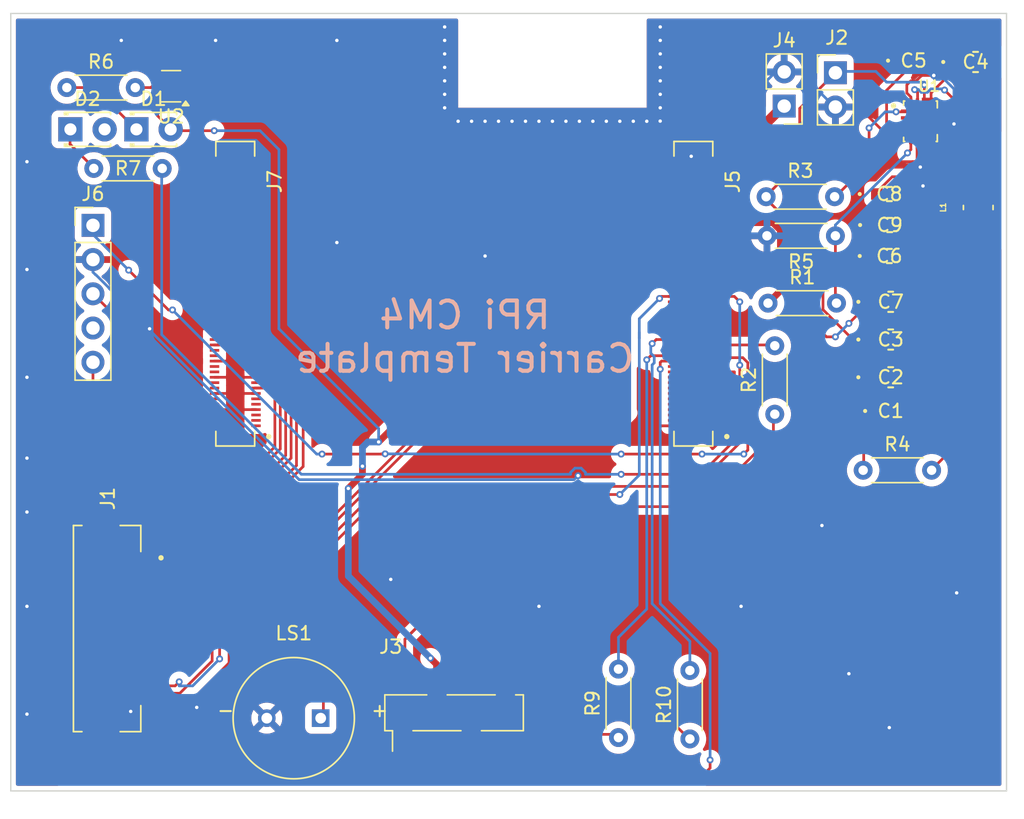
<source format=kicad_pcb>
(kicad_pcb (version 20241229) (generator "pcbnew") (generator_version "9.0")
  (title_block (title "Raspberry Pi Compute Module 4 Carrier Template") (date "2020-10-31") (rev "v01") (comment 2 "creativecommons.org/licenses/by/4.0/") (comment 3 "License: CC BY 4.0") (comment 4 "Author: Shawn Hymel"))
  (layers (0 "F.Cu" signal) (2 "B.Cu" signal) (13 "F.Paste" user) (15 "B.Paste" user) (5 "F.SilkS" user "F.Silkscreen") (7 "B.SilkS" user "B.Silkscreen") (1 "F.Mask" user) (3 "B.Mask" user) (25 "Edge.Cuts" user))
  (net 0 "")
  (net 1 "+3.3V")
  (net 2 "Net-(D1-K)")
  (net 3 "/CM4 GPIO/+3.3v")
  (net 4 "Net-(D2-K)")
  (net 5 "GND")
  (net 7 "/CM4 High Speed/CAM0_D1_P")
  (net 8 "/CM4 High Speed/CAM0_D0_N")
  (net 10 "/CM4 High Speed/CAM0_C_N")
  (net 11 "/CM4 High Speed/SCL1")
  (net 12 "/CM4 High Speed/+3.3v")
  (net 13 "/CM4 High Speed/CAM0_D0_P")
  (net 14 "/CM4 High Speed/CAM_GPIO")
  (net 15 "/CM4 High Speed/CAM0_D1_N")
  (net 18 "/CM4 High Speed/SDA1")
  (net 19 "/CM4 High Speed/CAM0_C_P")
  (net 21 "/CM4 GPIO/GPIO17")
  (net 22 "/CM4 GPIO/CAM_GPIO")
  (net 23 "+1.8V")
  (net 24 "+5V")
  (net 25 "/CM4 GPIO/GPIO18")
  (net 26 "Net-(J3-Pin_1)")
  (net 27 "/CM4 GPIO/GPIO20")
  (net 28 "/CM4 GPIO/GPIO19")
  (net 29 "Net-(J3-Pin_4)")
  (net 30 "Net-(J3-Pin_3)")
  (net 31 "/CM4 GPIO/PI_nLED_Activity")
  (net 32 "/CM4 GPIO/nPWR_LED")
  (net 33 "/CM4 GPIO/GPIO21")
  (net 34 "Net-(R6-Pad2)")
  (net 35 "PS")
  (net 36 "PG")
  (net 37 "EN")
  (net 38 "Net-(U1-L2)")
  (net 39 "Net-(U1-L1)")
  (net 40 "VIN")
  (net 41 "Net-(U1-VAUX)")
  (net 42 "FB")
  (net 43 "/CM4 GPIO/+5v")
  (net 44 "/CM4 GPIO/GPIO 13")
  (net 45 "/CM4 GPIO/GPIO 5")
  (net 46 "/CM4 GPIO/GPIO 12")
  (footprint "22uf:CAP_CL10_SAM-M" (layer "F.Cu") (at 178.0294 97.7)
    (property "Reference" "C9")
    (property "Value" "22uF")
  )
  (footprint "LED_THT:LED_D1.8mm_W3.3mm_H2.4mm" (layer "F.Cu") (at 122.125 90.6)
    (property "Reference" "D1")
    (property "Value" "LED Red")
  )
  (footprint "Connector_PinHeader_2.54mm:PinHeader_1x04_P2.54mm_Vertical_SMD_Pin1Left" (layer "F.Cu") (at 145.7 133.9 90)
    (property "Reference" "J3")
    (property "Value" "Conn_01x04_Pin")
  )
  (footprint "Resistor_THT:R_Axial_DIN0204_L3.6mm_D1.6mm_P5.08mm_Horizontal" (layer "F.Cu") (at 116.96 87.5)
    (property "Reference" "R6")
    (property "Value" "1k")
  )
  (footprint "LQM2HPN1R5MG0L:INDC2520X100N" (layer "F.Cu") (at 184.6 96.4 -90)
    (property "Reference" "L1")
    (property "Value" "1.5uH")
  )
  (footprint "22uf:CAP_CL10_SAM-M" (layer "F.Cu") (at 178.0032 95.4)
    (property "Reference" "C8")
    (property "Value" "22uF")
  )
  (footprint "LED_THT:LED_D1.8mm_W3.3mm_H2.4mm" (layer "F.Cu") (at 117.225 90.6)
    (property "Reference" "D2")
    (property "Value" "LED Green")
  )
  (footprint "0.1uf:CAP_CL05_SAM-M" (layer "F.Cu") (at 178.1032 111.5)
    (property "Reference" "C1")
    (property "Value" "0.1uF")
  )
  (footprint "Resistor_THT:R_Axial_DIN0204_L3.6mm_D1.6mm_P5.08mm_Horizontal" (layer "F.Cu") (at 176.06 115.9)
    (property "Reference" "R4")
    (property "Value" "10k")
  )
  (footprint "0.1uf:CAP_CL05_SAM-M" (layer "F.Cu") (at 179.8032 85.5)
    (property "Reference" "C5")
    (property "Value" "0.1uF")
  )
  (footprint "Package_TO_SOT_SMD:SOT-353_SC-70-5" (layer "F.Cu") (at 124.7 87.4 180)
    (property "Reference" "U2")
    (property "Value" "74LVC1G07SE-7")
  )
  (footprint "10uf:G-21_MUR-M" (layer "F.Cu") (at 184.4032 85.6)
    (property "Reference" "C4")
    (property "Value" "10uF")
  )
  (footprint "CUI_CST-931AP.petty:CUI_CST-931AP" (layer "F.Cu") (at 133.8 134.3 180)
    (property "Reference" "LS1")
    (property "Value" "CST-931AP")
  )
  (footprint "10uf:G-21_MUR-M" (layer "F.Cu") (at 178.1032 103.4)
    (property "Reference" "C7")
    (property "Value" "10uF")
  )
  (footprint "Resistor_THT:R_Axial_DIN0204_L3.6mm_D1.6mm_P5.08mm_Horizontal" (layer "F.Cu") (at 169 103.5)
    (property "Reference" "R1")
    (property "Value" "365k")
  )
  (footprint "22uf:CAP_CL10_SAM-M" (layer "F.Cu") (at 178.0032 100)
    (property "Reference" "C6")
    (property "Value" "22uF")
  )
  (footprint "Resistor_THT:R_Axial_DIN0204_L3.6mm_D1.6mm_P5.08mm_Horizontal" (layer "F.Cu") (at 168.86 95.6)
    (property "Reference" "R3")
    (property "Value" "10k")
  )
  (footprint "Resistor_THT:R_Axial_DIN0204_L3.6mm_D1.6mm_P5.08mm_Horizontal" (layer "F.Cu") (at 157.9 135.74 90)
    (property "Reference" "R9")
    (property "Value" "220")
  )
  (footprint "Resistor_THT:R_Axial_DIN0204_L3.6mm_D1.6mm_P5.08mm_Horizontal" (layer "F.Cu") (at 118.96 93.5)
    (property "Reference" "R7")
    (property "Value" "1k")
  )
  (footprint "DF40C-100DS-0.4V_51_:HIROSE_DF40C-100DS-0.4V_51_" (layer "F.Cu") (at 129.46 102.8 -90)
    (property "Reference" "J7")
    (property "Value" "DF40C-100DS-0.4V_51_")
  )
  (footprint "buckboost_footprint:VREG_TPS63070RNMR" (layer "F.Cu") (at 180.3125 90)
    (property "Reference" "U1")
    (property "Value" "TPS63070RNMR")
  )
  (footprint "Resistor_THT:R_Axial_DIN0204_L3.6mm_D1.6mm_P5.08mm_Horizontal" (layer "F.Cu") (at 163.2 135.84 90)
    (property "Reference" "R10")
    (property "Value" "220")
  )
  (footprint "AMPHENOL_F305-1A7H1-21022-E100.petty:AMPHENOL_F305-1A7H1-21022-E100" (layer "F.Cu") (at 119.95 127.65 -90)
    (property "Reference" "J1")
    (property "Value" "F305-1A7H1-21022-E100")
  )
  (footprint "DF40C-100DS-0.4V_51_:HIROSE_DF40C-100DS-0.4V_51_" (layer "F.Cu") (at 163.46 102.8 -90)
    (property "Reference" "J5")
    (property "Value" "DF40C-100DS-0.4V_51_")
  )
  (footprint "Connector_PinHeader_2.54mm:PinHeader_1x02_P2.54mm_Vertical" (layer "F.Cu") (at 174 86.4)
    (property "Reference" "J2")
    (property "Value" "Conn_01x02_Pin")
  )
  (footprint "Connector_PinHeader_2.54mm:PinHeader_1x02_P2.54mm_Vertical" (layer "F.Cu") (at 170.2 88.875 180)
    (property "Reference" "J4")
    (property "Value" "Conn_01x02_Pin")
  )
  (footprint "10uf:G-21_MUR-M" (layer "F.Cu") (at 178.1032 109)
    (property "Reference" "C2")
    (property "Value" "10uF")
  )
  (footprint "10uf:G-21_MUR-M" (layer "F.Cu") (at 178.1032 106.2)
    (property "Reference" "C3")
    (property "Value" "10uF")
  )
  (footprint "Resistor_THT:R_Axial_DIN0204_L3.6mm_D1.6mm_P5.08mm_Horizontal" (layer "F.Cu") (at 169.5 111.74 90)
    (property "Reference" "R2")
    (property "Value" "220")
  )
  (footprint "Connector_PinHeader_2.54mm:PinHeader_1x05_P2.54mm_Vertical" (layer "F.Cu") (at 118.9 97.725)
    (property "Reference" "J6")
    (property "Value" "Conn_01x05_Pin")
  )
  (footprint "Resistor_THT:R_Axial_DIN0204_L3.6mm_D1.6mm_P5.08mm_Horizontal" (layer "F.Cu") (at 174 98.5 180)
    (property "Reference" "R5")
    (property "Value" "68.1k")
  )
  (gr_line (start 186.7 139.7) (end 186.7 82) (stroke (width 0.1)) (layer "Edge.Cuts"))
  (gr_line (start 112.8 139.7) (end 186.7 139.7) (stroke (width 0.1)) (layer "Edge.Cuts"))
  (gr_line (start 112.8 139.7) (end 112.8 82) (stroke (width 0.1)) (layer "Edge.Cuts"))
  (gr_line (start 186.7 82) (end 112.8 82) (stroke (width 0.1)) (layer "Edge.Cuts"))
  (gr_text "RPi CM4\nCarrier Template" (at 146.5 106 0) (layer "B.SilkS") (effects (font (size 2 2) (thickness 0.3)) (justify mirror)))
  (segment (start 161.7 97.4) (end 162.572 97.4) (width 0.2) (layer "F.Cu") (net 1))
  (segment (start 141.263616 112.636384) (end 140.1 113.8) (width 0.5) (layer "F.Cu") (net 1))
  (segment (start 138.9 115.6) (end 138.9 116.2) (width 0.5) (layer "F.Cu") (net 1))
  (segment (start 161.4 95.8) (end 161.35 95.85) (width 0.2) (layer "F.Cu") (net 1))
  (segment (start 157.537868 111.45) (end 144.279232 111.45) (width 0.5) (layer "F.Cu") (net 1))
  (segment (start 161.15 96.05) (end 161 96.2) (width 0.2) (layer "F.Cu") (net 1))
  (segment (start 137.85 117.25) (end 137.8 117.3) (width 0.2) (layer "F.Cu") (net 1))
  (segment (start 159.472768 95.8) (end 159.223768 96.049) (width 0.5) (layer "F.Cu") (net 1))
  (segment (start 143.95 129.85) (end 144.4 130.3) (width 0.5) (layer "F.Cu") (net 1))
  (segment (start 160.9 95.8) (end 160.9 95.9) (width 0.5) (layer "F.Cu") (net 1))
  (segment (start 126 90.7) (end 127.9 90.7) (width 0.2) (layer "F.Cu") (net 1))
  (segment (start 160.9 95.8) (end 159.472768 95.8) (width 0.5) (layer "F.Cu") (net 1))
  (segment (start 159.223768 96.049) (end 158.901 96.371768) (width 0.5) (layer "F.Cu") (net 1))
  (segment (start 144.279232 111.45) (end 143.822768 111.45) (width 0.5) (layer "F.Cu") (net 1))
  (segment (start 143.5 111.772768) (end 142.636384 112.636384) (width 0.5) (layer "F.Cu") (net 1))
  (segment (start 158.1 97.172768) (end 158.021768 97.251) (width 0.5) (layer "F.Cu") (net 1))
  (segment (start 162.8 97.172) (end 162.8 96.2) (width 0.2) (layer "F.Cu") (net 1))
  (segment (start 143.822768 111.45) (end 143.5 111.772768) (width 0.5) (layer "F.Cu") (net 1))
  (segment (start 157.699 97.573768) (end 157.699 98.030232) (width 0.5) (layer "F.Cu") (net 1))
  (segment (start 158.901 96.371768) (end 158.1 97.172768) (width 0.5) (layer "F.Cu") (net 1))
  (segment (start 144.4 130.3) (end 144.4 132.4) (width 0.5) (layer "F.Cu") (net 1))
  (segment (start 157.699 111.288868) (end 157.537868 111.45) (width 0.5) (layer "F.Cu") (net 1))
  (segment (start 142.636384 112.636384) (end 141.263616 112.636384) (width 0.5) (layer "F.Cu") (net 1))
  (segment (start 162.572 97.4) (end 162.8 97.172) (width 0.2) (layer "F.Cu") (net 1))
  (segment (start 123.7 89.6) (end 123.7 88.1) (width 0.2) (layer "F.Cu") (net 1))
  (segment (start 157.699 98.030232) (end 157.699 111.288868) (width 0.5) (layer "F.Cu") (net 1))
  (segment (start 161.35 95.85) (end 161.15 96.05) (width 0.2) (layer "F.Cu") (net 1))
  (segment (start 161.049 96.049) (end 161.2 96.049) (width 0.5) (layer "F.Cu") (net 1))
  (segment (start 161.3 95.8) (end 160.9 95.8) (width 0.5) (layer "F.Cu") (net 1))
  (segment (start 162.8 96.2) (end 161 96.2) (width 0.2) (layer "F.Cu") (net 1))
  (segment (start 160.9 95.9) (end 161.049 96.049) (width 0.5) (layer "F.Cu") (net 1))
  (segment (start 161.15 96.05) (end 161.1 96.1) (width 0.2) (layer "F.Cu") (net 1))
  (segment (start 138.9 116.2) (end 137.85 117.25) (width 0.5) (layer "F.Cu") (net 1))
  (segment (start 162.2 95.8) (end 161.4 95.8) (width 0.2) (layer "F.Cu") (net 1))
  (segment (start 124.8 90.7) (end 123.7 89.6) (width 0.2) (layer "F.Cu") (net 1))
  (segment (start 161.35 95.85) (end 161.3 95.8) (width 0.2) (layer "F.Cu") (net 1))
  (segment (start 124.7 90.7) (end 126 90.7) (width 0.2) (layer "F.Cu") (net 1))
  (segment (start 158.021768 97.251) (end 157.699 97.573768) (width 0.5) (layer "F.Cu") (net 1))
  (via (at 127.9 90.7) (size 0.508) (drill 0.254) (layers "F.Cu" "B.Cu") (net 1))
  (via (at 137.85 117.25) (size 0.508) (drill 0.254) (layers "F.Cu" "B.Cu") (net 1))
  (via (at 138.9 115.6) (size 0.508) (drill 0.254) (layers "F.Cu" "B.Cu") (net 1))
  (via (at 140.1 113.8) (size 0.508) (drill 0.254) (layers "F.Cu" "B.Cu") (net 1))
  (via (at 143.95 129.85) (size 0.508) (drill 0.254) (layers "F.Cu" "B.Cu") (net 1))
  (segment (start 140.1 112.8) (end 132.7 105.4) (width 0.2) (layer "B.Cu") (net 1))
  (segment (start 132.7 105.4) (end 132.7 92.1) (width 0.2) (layer "B.Cu") (net 1))
  (segment (start 140.1 113.8) (end 140.1 112.8) (width 0.2) (layer "B.Cu") (net 1))
  (segment (start 138.9 114.2) (end 139.3 113.8) (width 0.5) (layer "B.Cu") (net 1))
  (segment (start 137.85 121.6) (end 137.85 123.75) (width 0.5) (layer "B.Cu") (net 1))
  (segment (start 139.3 113.8) (end 140.1 113.8) (width 0.5) (layer "B.Cu") (net 1))
  (segment (start 131.3 90.7) (end 127.9 90.7) (width 0.2) (layer "B.Cu") (net 1))
  (segment (start 137.85 121.6) (end 137.85 117.25) (width 0.5) (layer "B.Cu") (net 1))
  (segment (start 132.7 92.1) (end 131.3 90.7) (width 0.2) (layer "B.Cu") (net 1))
  (segment (start 138.9 114.2) (end 138.9 115.6) (width 0.5) (layer "B.Cu") (net 1))
  (segment (start 137.85 123.75) (end 143.95 129.85) (width 0.5) (layer "B.Cu") (net 1))
  (segment (start 119 87.5) (end 122.1 90.6) (width 0.2) (layer "F.Cu") (net 2))
  (segment (start 117 87.5) (end 119 87.5) (width 0.2) (layer "F.Cu") (net 2))
  (segment (start 117.2 90.7) (end 117.2 91.7) (width 0.2) (layer "F.Cu") (net 4))
  (segment (start 117.2 91.7) (end 119 93.5) (width 0.2) (layer "F.Cu") (net 4))
  (segment (start 163.4 102.2) (end 163.4 101) (width 0.2) (layer "F.Cu") (net 5))
  (segment (start 163.4 104.2) (end 163.4 102.6) (width 0.2) (layer "F.Cu") (net 5))
  (segment (start 125.35513 86.8) (end 125.8 86.8) (width 0.2) (layer "F.Cu") (net 5))
  (segment (start 165.2 102.2) (end 163.4 102.2) (width 0.2) (layer "F.Cu") (net 5))
  (segment (start 129.2 100.6) (end 127.9 100.6) (width 0.2) (layer "F.Cu") (net 5))
  (segment (start 165.7 98.6) (end 165 98.6) (width 0.2) (layer "F.Cu") (net 5))
  (segment (start 182.6 90) (end 182.8 90.2) (width 0.2) (layer "F.Cu") (net 5))
  (segment (start 129.2 109) (end 127.9 109) (width 0.2) (layer "F.Cu") (net 5))
  (segment (start 121.848 128.4) (end 121.799 128.449) (width 0.2) (layer "F.Cu") (net 5))
  (segment (start 163.4 102.6) (end 163.4 102.4) (width 0.2) (layer "F.Cu") (net 5))
  (segment (start 129.2 95.8) (end 127.9 95.8) (width 0.2) (layer "F.Cu") (net 5))
  (segment (start 180.8 90) (end 180.266704 90) (width 0.2) (layer "F.Cu") (net 5))
  (segment (start 129.2 100.6) (end 129.2 99.4) (width 0.2) (layer "F.Cu") (net 5))
  (segment (start 158.599 112.601) (end 161.1 112.601) (width 0.2) (layer "F.Cu") (net 5))
  (segment (start 131 94.6) (end 129.2 94.6) (width 0.2) (layer "F.Cu") (net 5))
  (segment (start 180.0615 93.1615) (end 179.9 93) (width 0.2) (layer "F.Cu") (net 5))
  (segment (start 129.8 97) (end 129.2 97) (width 0.2) (layer "F.Cu") (net 5))
  (segment (start 129.2 106.6) (end 129.2 107.8) (width 0.2) (layer "F.Cu") (net 5))
  (segment (start 131 109) (end 129.2 109) (width 0.2) (layer "F.Cu") (net 5))
  (segment (start 163.4 99.8) (end 165.2 99.8) (width 0.2) (layer "F.Cu") (net 5))
  (segment (start 178.4 93) (end 179.7 93) (width 0.2) (layer "F.Cu") (net 5))
  (segment (start 129.2 106.6) (end 130.1 106.6) (width 0.2) (layer "F.Cu") (net 5))
  (segment (start 179.6 88.3) (end 179.6 88.8) (width 0.2) (layer "F.Cu") (net 5))
  (segment (start 130.1 106.6) (end 130.8 106.6) (width 0.2) (layer "F.Cu") (net 5))
  (segment (start 129.2 95.9) (end 129.2 94.6) (width 0.2) (layer "F.Cu") (net 5))
  (segment (start 129.1 93.4) (end 128 93.4) (width 0.2) (layer "F.Cu") (net 5))
  (segment (start 165 112.6) (end 163.9 112.6) (width 0.2) (layer "F.Cu") (net 5))
  (segment (start 129.2 110.2) (end 127.9 110.2) (width 0.2) (layer "F.Cu") (net 5))
  (segment (start 179.9 93) (end 179.7 93) (width 0.2) (layer "F.Cu") (net 5))
  (segment (start 129.2 98.2) (end 129.2 97.1) (width 0.2) (layer "F.Cu") (net 5))
  (segment (start 179.7 93) (end 180.0615 93) (width 0.2) (layer "F.Cu") (net 5))
  (segment (start 129.2 106.6) (end 127.9 106.6) (width 0.2) (layer "F.Cu") (net 5))
  (segment (start 177.6 90.8) (end 178.4 90.8) (width 0.2) (layer "F.Cu") (net 5))
  (segment (start 129.2 97) (end 127.9 97) (width 0.2) (layer "F.Cu") (net 5))
  (segment (start 125.024 87.13113) (end 125.35513 86.8) (width 0.2) (layer "F.Cu") (net 5))
  (segment (start 163.4 111.6) (end 163.4 111.4) (width 0.2) (layer "F.Cu") (net 5))
  (segment (start 129.2 111.4) (end 129.2 116.7849) (width 0.2) (layer "F.Cu") (net 5))
  (segment (start 129.2 97.1) (end 129.2 97) (width 0.2) (layer "F.Cu") (net 5))
  (segment (start 179.9 95.4) (end 180.5 94.8) (width 0.2) (layer "F.Cu") (net 5))
  (segment (start 131 95.8) (end 129.2 95.8) (width 0.2) (layer "F.Cu") (net 5))
  (segment (start 180.9 90) (end 182.6 90) (width 0.2) (layer "F.Cu") (net 5))
  (segment (start 163.4 111.4) (end 161.7 111.4) (width 0.2) (layer "F.Cu") (net 5))
  (segment (start 127.9 103) (end 129.2 103) (width 0.2) (layer "F.Cu") (net 5))
  (segment (start 163.4 93.5) (end 163.35 93.45) (width 0.2) (layer "F.Cu") (net 5))
  (segment (start 121.799 126.949) (end 121.799 128.351) (width 0.2) (layer "F.Cu") (net 5))
  (segment (start 163.4 112.6) (end 163.1 112.6) (width 0.2) (layer "F.Cu") (net 5))
  (segment (start 129.2 93.5) (end 129.1 93.4) (width 0.2) (layer "F.Cu") (net 5))
  (segment (start 131.1 93.4) (end 129.2 93.4) (width 0.2) (layer "F.Cu") (net 5))
  (segment (start 121.799 128.351) (end 121.848 128.4) (width 0.2) (layer "F.Cu") (net 5))
  (segment (start 131 105.4) (end 129.2 105.4) (width 0.2) (layer "F.Cu") (net 5))
  (segment (start 125.25613 88.551) (end 125.024 88.31887) (width 0.2) (layer "F.Cu") (net 5))
  (segment (start 129.2 99.4) (end 127.9 99.4) (width 0.2) (layer "F.Cu") (net 5))
  (segment (start 163.35 93.45) (end 163.3 93.4) (width 0.2) (layer "F.Cu") (net 5))
  (segment (start 129.2 98.2) (end 127.9 98.2) (width 0.2) (layer "F.Cu") (net 5))
  (segment (start 163.4 101) (end 163.4 99.8) (width 0.2) (layer "F.Cu") (net 5))
  (segment (start 163.4 106.6) (end 163.4 106.2) (width 0.2) (layer "F.Cu") (net 5))
  (segment (start 121.848 126.9) (end 121.799 126.949) (width 0.2) (layer "F.Cu") (net 5))
  (segment (start 129.2 105.4) (end 127.9 105.4) (width 0.2) (layer "F.Cu") (net 5))
  (segment (start 129.2 110.2) (end 129.2 111.4) (width 0.2) (layer "F.Cu") (net 5))
  (segment (start 163.9 112.6) (end 163.5 112.6) (width 0.2) (layer "F.Cu") (net 5))
  (segment (start 163.4 111.4) (end 163.4 110.2) (width 0.2) (layer "F.Cu") (net 5))
  (segment (start 121.7 133.8) (end 121.7 131.45) (width 0.2) (layer "F.Cu") (net 5))
  (segment (start 129.2 107.8) (end 129.2 109) (width 0.2) (layer "F.Cu") (net 5))
  (segment (start 129.2 103) (end 129.2 101.8) (width 0.2) (layer "F.Cu") (net 5))
  (segment (start 181.3487 84.6513) (end 184.613336 84.6513) (width 0.2) (layer "F.Cu") (net 5))
  (segment (start 129.2 109) (end 129.2 110.2) (width 0.2) (layer "F.Cu") (net 5))
  (segment (start 121.799 123.9) (end 123.4 123.9) (width 0.2) (layer "F.Cu") (net 5))
  (segment (start 179.3 87.9) (end 179.6 88.2) (width 0.2) (layer "F.Cu") (net 5))
  (segment (start 163.4 104.2) (end 163.4 104.6) (width 0.2) (layer "F.Cu") (net 5))
  (segment (start 179.1 103.5) (end 179.1 106.2) (width 0.2) (layer "F.Cu") (net 5))
  (segment (start 129.8 97) (end 129.3 97) (width 0.2) (layer "F.Cu") (net 5))
  (segment (start 161.1 112.601) (end 161.8 112.601) (width 0.2) (layer "F.Cu") (net 5))
  (segment (start 129.2 101.8) (end 129.2 100.6) (width 0.2) (layer "F.Cu") (net 5))
  (segment (start 163.4 110.2) (end 165.2 110.2) (width 0.2) (layer "F.Cu") (net 5))
  (segment (start 126.6 133.5) (end 131.1 133.5) (width 0.2) (layer "F.Cu") (net 5))
  (segment (start 163.4 98.2) (end 163.4 98.6) (width 0.2) (layer "F.Cu") (net 5))
  (segment (start 180.5 85.5) (end 180.5 86.5) (width 0.2) (layer "F.Cu") (net 5))
  (segment (start 160.899 112.601) (end 161.1 112.601) (width 0.2) (layer "F.Cu") (net 5))
  (segment (start 129.2 104.2) (end 127.9 104.2) (width 0.2) (layer "F.Cu") (net 5))
  (segment (start 163.4 98.2) (end 163.4 93.5) (width 0.2) (layer "F.Cu") (net 5))
  (segment (start 121.799 129.9) (end 123.3 129.9) (width 0.2) (layer "F.Cu") (net 5))
  (segment (start 163.4 102.2) (end 163.4 102.5) (width 0.2) (layer "F.Cu") (net 5))
  (segment (start 163.3 102.6) (end 161.7 102.6) (width 0.2) (layer "F.Cu") (net 5))
  (segment (start 164.9 111.4) (end 165.3 111.4) (width 0.2) (layer "F.Cu") (net 5))
  (segment (start 180.0615 90.1385) (end 180.0615 92.0385) (width 0.2) (layer "F.Cu") (net 5))
  (segment (start 163.1 112.6) (end 161.7 112.6) (width 0.2) (layer "F.Cu") (net 5))
  (segment (start 163.5 112.6) (end 163.4 112.6) (width 0.2) (layer "F.Cu") (net 5))
  (segment (start 179 95.4) (end 179 103.4) (width 0.2) (layer "F.Cu") (net 5))
  (segment (start 127.9 105.4) (end 123.1 105.4) (width 0.2) (layer "F.Cu") (net 5))
  (segment (start 130.8 106.6) (end 131.2 106.6) (width 0.2) (layer "F.Cu") (net 5))
  (segment (start 180.1 90.1) (end 180.0615 90.1385) (width 0.2) (layer "F.Cu") (net 5))
  (segment (start 179.3 87.3) (end 179.3 87.9) (width 0.2) (layer "F.Cu") (net 5))
  (segment (start 184.613336 84.6513) (end 185.4 85.437964) (width 0.2) (layer "F.Cu") (net 5))
  (segment (start 129.2 107.8) (end 127.9 107.8) (width 0.2) (layer "F.Cu") (net 5))
  (segment (start 163.4 108.2) (end 163.4 108.6) (width 0.2) (layer "F.Cu") (net 5))
  (segment (start 121.799 125.4) (end 121.799 126.851) (width 0.2) (layer "F.Cu") (net 5))
  (segment (start 163.4 98.6) (end 163.4 99.8) (width 0.2) (layer "F.Cu") (net 5))
  (segment (start 179 103.4) (end 179.1 103.5) (width 0.2) (layer "F.Cu") (net 5))
  (segment (start 121.848 128.4) (end 123.3 128.4) (width 0.2) (layer "F.Cu") (net 5))
  (segment (start 163.4 108.6) (end 161.7 108.6) (width 0.2) (layer "F.Cu") (net 5))
  (segment (start 163.4 101) (end 165.2 101) (width 0.2) (layer "F.Cu") (net 5))
  (segment (start 180.5 86.5) (end 180.35 86.65) (width 0.2) (layer "F.Cu") (net 5))
  (segment (start 165 112.6) (end 165.2 112.6) (width 0.2) (layer "F.Cu") (net 5))
  (segment (start 129.2 97) (end 129.2 95.9) (width 0.2) (layer "F.Cu") (net 5))
  (segment (start 165.2 108.2) (end 163.4 108.2) (width 0.2) (layer "F.Cu") (net 5))
  (segment (start 163.3 93.4) (end 161.7 93.4) (width 0.2) (layer "F.Cu") (net 5))
  (segment (start 180.4 86.6) (end 180.35 86.65) (width 0.2) (layer "F.Cu") (net 5))
  (segment (start 154.9 116.3) (end 158.599 112.601) (width 0.2) (layer "F.Cu") (net 5))
  (segment (start 180.35 86.65) (end 180 87) (width 0.2) (layer "F.Cu") (net 5))
  (segment (start 163.4 112.5) (end 163.5 112.6) (width 0.2) (layer "F.Cu") (net 5))
  (segment (start 131 107.8) (end 131.2 107.8) (width 0.2) (layer "F.Cu") (net 5))
  (segment (start 129.3 97) (end 129.2 97.1) (width 0.2) (layer "F.Cu") (net 5))
  (segment (start 121.799 129.9) (end 121.799 131.351) (width 0.2) (layer "F.Cu") (net 5))
  (segment (start 163.4 111.6) (end 163.4 112.5) (width 0.2) (layer "F.Cu") (net 5))
  (segment (start 179.1 106) (end 179.1 111.2) (width 0.2) (layer "F.Cu") (net 5))
  (segment (start 122 122.4) (end 121.799 122.601) (width 0.2) (layer "F.Cu") (net 5))
  (segment (start 179.6 88.2) (end 179.6 88.4) (width 0.2) (layer "F.Cu") (net 5))
  (segment (start 163.4 106.6) (end 161.7 106.6) (width 0.2) (layer "F.Cu") (net 5))
  (segment (start 179.6 87) (end 179.3 87.3) (width 0.2) (layer "F.Cu") (net 5))
  (segment (start 129.2 94.6) (end 127.9 94.6) (width 0.2) (layer "F.Cu") (net 5))
  (segment (start 180.266704 90) (end 180.9 90) (width 0.2) (layer "F.Cu") (net 5))
  (segment (start 129.2 93.4) (end 129.1 93.4) (width 0.2) (layer "F.Cu") (net 5))
  (segment (start 163.1 112.6) (end 163.3 112.6) (width 0.2) (layer "F.Cu") (net 5))
  (segment (start 130 106.6) (end 130.1 106.6) (width 0.2) (layer "F.Cu") (net 5))
  (segment (start 163.4 99.8) (end 161.7 99.8) (width 0.2) (layer "F.Cu") (net 5))
  (segment (start 121.799 126.851) (end 121.848 126.9) (width 0.2) (layer "F.Cu") (net 5))
  (segment (start 123.5849 122.4) (end 122 122.4) (width 0.2) (layer "F.Cu") (net 5))
  (segment (start 180.0615 91.3615) (end 180.0615 90.6) (width 0.2) (layer "F.Cu") (net 5))
  (segment (start 121.848 126.9) (end 123.3 126.9) (width 0.2) (layer "F.Cu") (net 5))
  (segment (start 158.599 112.601) (end 163.899 112.601) (width 0.2) (layer "F.Cu") (net 5))
  (segment (start 125.024 88.31887) (end 125.024 87.13113) (width 0.2) (layer "F.Cu") (net 5))
  (segment (start 180.0615 90.205204) (end 180.266704 90) (width 0.2) (layer "F.Cu") (net 5))
  (segment (start 131 97) (end 129.8 97) (width 0.2) (layer "F.Cu") (net 5))
  (segment (start 180.5 85.5) (end 181.3487 84.6513) (width 0.2) (layer "F.Cu") (net 5))
  (segment (start 129.2 104.2) (end 129.2 105.4) (width 0.2) (layer "F.Cu") (net 5))
  (segment (start 180.0615 93.1615) (end 180.0615 93) (width 0.2) (layer "F.Cu") (net 5))
  (segment (start 163.4 110.2) (end 161.7 110.2) (width 0.2) (layer "F.Cu") (net 5))
  (segment (start 121.799 131.351) (end 121.848 131.4) (width 0.2) (layer "F.Cu") (net 5))
  (segment (start 163.4 111.4) (end 165 111.4) (width 0.2) (layer "F.Cu") (net 5))
  (segment (start 163.4 102.5) (end 163.3 102.6) (width 0.2) (layer "F.Cu") (net 5))
  (segment (start 161.7 98.2) (end 163.4 98.2) (width 0.2) (layer "F.Cu") (net 5))
  (segment (start 131 107.8) (end 129.2 107.8) (width 0.2) (layer "F.Cu") (net 5))
  (segment (start 131 101.8) (end 129.2 101.8) (width 0.2) (layer "F.Cu") (net 5))
  (segment (start 129.2 106.6) (end 129.2 105.4) (width 0.2) (layer "F.Cu") (net 5))
  (segment (start 121.799 128.449) (end 121.799 129.9) (width 0.2) (layer "F.Cu") (net 5))
  (segment (start 121.848 131.4) (end 123.3 131.4) (width 0.2) (layer "F.Cu") (net 5))
  (segment (start 165.8 98.5) (end 165.7 98.6) (width 0.2) (layer "F.Cu") (net 5))
  (segment (start 163.4 101) (end 161.6 101) (width 0.2) (layer "F.Cu") (net 5))
  (segment (start 129.2 94.6) (end 129.2 93.5) (width 0.2) (layer "F.Cu") (net 5))
  (segment (start 121.799 125.4) (end 123.4 125.4) (width 0.2) (layer "F.Cu") (net 5))
  (segment (start 180 87) (end 179.6 87) (width 0.2) (layer "F.Cu") (net 5))
  (segment (start 165.3 104.2) (end 163.4 104.2) (width 0.2) (layer "F.Cu") (net 5))
  (segment (start 180.0615 93) (end 180.0615 90.6) (width 0.2) (layer "F.Cu") (net 5))
  (segment (start 185.4 85.437964) (end 185.4 85.6) (width 0.2) (layer "F.Cu") (net 5))
  (segment (start 163.4 106.2) (end 163.4 104.6) (width 0.2) (layer "F.Cu") (net 5))
  (segment (start 127.9 111.4) (end 129.2 111.4) (width 0.2) (layer "F.Cu") (net 5))
  (segment (start 175.7 88.9) (end 177.6 90.8) (width 0.2) (layer "F.Cu") (net 5))
  (segment (start 163.4 112.6) (end 163.4 111.6) (width 0.2) (layer "F.Cu") (net 5))
  (segment (start 131 100.6) (end 129.2 100.6) (width 0.2) (layer "F.Cu") (net 5))
  (segment (start 129.2 98.2) (end 129.2 99.4) (width 0.2) (layer "F.Cu") (net 5))
  (segment (start 121.799 123.9) (end 121.799 125.4) (width 0.2) (layer "F.Cu") (net 5))
  (segment (start 163.3 93.4) (end 163.3 92.6) (width 0.2) (layer "F.Cu") (net 5))
  (segment (start 173.9 88.9) (end 175.7 88.9) (width 0.2) (layer "F.Cu") (net 5))
  (segment (start 180.3 93.4) (end 180.0615 93.1615) (width 0.2) (layer "F.Cu") (net 5))
  (segment (start 180.0615 90.6) (end 180.0615 90.205204) (width 0.2) (layer "F.Cu") (net 5))
  (segment (start 129.2 88.6) (end 129.2 93.4) (width 0.2) (layer "F.Cu") (net 5))
  (segment (start 129.2 111.4) (end 131 111.4) (width 0.2) (layer "F.Cu") (net 5))
  (segment (start 129.2 101.8) (end 127.9 101.8) (width 0.2) (layer "F.Cu") (net 5))
  (segment (start 121.799 122.601) (end 121.799 123.9) (width 0.2) (layer "F.Cu") (net 5))
  (segment (start 163.4 104.6) (end 161.7 104.6) (width 0.2) (layer "F.Cu") (net 5))
  (segment (start 178.9 95.4) (end 179.9 95.4) (width 0.2) (layer "F.Cu") (net 5))
  (segment (start 180.1 91.4) (end 180.0615 91.3615) (width 0.2) (layer "F.Cu") (net 5))
  (segment (start 178.4 90.8) (end 179.4 90.8) (width 0.2) (layer "F.Cu") (net 5))
  (segment (start 131 99.4) (end 129.2 99.4) (width 0.2) (layer "F.Cu") (net 5))
  (segment (start 129.151 88.551) (end 129.2 88.6) (width 0.2) (layer "F.Cu") (net 5))
  (segment (start 179.1 111.2) (end 178.8 111.5) (width 0.2) (layer "F.Cu") (net 5))
  (segment (start 163.4 102.6) (end 163.3 102.6) (width 0.2) (layer "F.Cu") (net 5))
  (segment (start 163.4 110.2) (end 163.4 108.6) (width 0.2) (layer "F.Cu") (net 5))
  (segment (start 131 110.2) (end 129.2 110.2) (width 0.2) (layer "F.Cu") (net 5))
  (segment (start 165 98.6) (end 163.4 98.6) (width 0.2) (layer "F.Cu") (net 5))
  (segment (start 181.3 86.6) (end 180.4 86.6) (width 0.2) (layer "F.Cu") (net 5))
  (segment (start 129.2 116.7849) (end 123.5849 122.4) (width 0.2) (layer "F.Cu") (net 5))
  (segment (start 163.4 108.2) (end 163.4 106.6) (width 0.2) (layer "F.Cu") (net 5))
  (segment (start 163.4 106.2) (end 165.2 106.2) (width 0.2) (layer "F.Cu") (net 5))
  (segment (start 163.3 112.6) (end 163.4 112.5) (width 0.2) (layer "F.Cu") (net 5))
  (segment (start 168.9 98.5) (end 165.8 98.5) (width 0.2) (layer "F.Cu") (net 5))
  (segment (start 121.7 131.45) (end 121.799 131.351) (width 0.2) (layer "F.Cu") (net 5))
  (segment (start 131 105.4) (end 131.2 105.4) (width 0.2) (layer "F.Cu") (net 5))
  (segment (start 178.4 90.8) (end 178.4 93) (width 0.2) (layer "F.Cu") (net 5))
  (segment (start 129.2 95.9) (end 129.2 95.8) (width 0.2) (layer "F.Cu") (net 5))
  (segment (start 125.25613 88.551) (end 129.151 88.551) (width 0.2) (layer "F.Cu") (net 5))
  (segment (start 129.2 103) (end 129.2 104.2) (width 0.2) (layer "F.Cu") (net 5))
  (segment (start 131 98.2) (end 129.2 98.2) (width 0.2) (layer "F.Cu") (net 5))
  (segment (start 131.1 133.5) (end 131.8 134.2) (width 0.2) (layer "F.Cu") (net 5))
  (segment (start 163.899 112.601) (end 163.9 112.6) (width 0.2) (layer "F.Cu") (net 5))
  (via (at 114 115) (size 0.508) (drill 0.254) (layers "F.Cu" "B.Cu") (net 5))
  (via (at 121.7 133.8) (size 0.508) (drill 0.254) (layers "F.Cu" "B.Cu") (net 5))
  (via (at 161 83) (size 0.508) (drill 0.254) (layers "F.Cu" "B.Cu") (net 5))
  (via (at 160.995528 89.987212) (size 0.508) (drill 0.254) (layers "F.Cu" "B.Cu") (net 5))
  (via (at 161 87) (size 0.508) (drill 0.254) (layers "F.Cu" "B.Cu") (net 5))
  (via (at 159 90) (size 0.508) (drill 0.254) (layers "F.Cu" "B.Cu") (net 5))
  (via (at 128 84) (size 0.508) (drill 0.254) (layers "F.Cu" "B.Cu") (net 5))
  (via (at 114 109) (size 0.508) (drill 0.254) (layers "F.Cu" "B.Cu") (net 5))
  (via (at 154 90) (size 0.508) (drill 0.254) (layers "F.Cu" "B.Cu") (net 5))
  (via (at 137 84) (size 0.508) (drill 0.254) (layers "F.Cu" "B.Cu") (net 5))
  (via (at 161 84) (size 0.508) (drill 0.254) (layers "F.Cu" "B.Cu") (net 5))
  (via (at 147 90) (size 0.508) (drill 0.254) (layers "F.Cu" "B.Cu") (net 5))
  (via (at 145 87) (size 0.508) (drill 0.254) (layers "F.Cu" "B.Cu") (net 5))
  (via (at 145 83) (size 0.508) (drill 0.254) (layers "F.Cu" "B.Cu") (net 5))
  (via (at 126.6 133.5) (size 0.508) (drill 0.254) (layers "F.Cu" "B.Cu") (net 5))
  (via (at 123.1 105.4) (size 0.508) (drill 0.254) (layers "F.Cu" "B.Cu") (net 5))
  (via (at 157 90) (size 0.508) (drill 0.254) (layers "F.Cu" "B.Cu") (net 5))
  (via (at 175 131) (size 0.508) (drill 0.254) (layers "F.Cu" "B.Cu") (net 5))
  (via (at 163.3 92.6) (size 0.508) (drill 0.254) (layers "F.Cu" "B.Cu") (net 5))
  (via (at 181.3 86.6) (size 0.508) (drill 0.254) (layers "F.Cu" "B.Cu") (net 5))
  (via (at 161 88) (size 0.508) (drill 0.254) (layers "F.Cu" "B.Cu") (net 5))
  (via (at 151 90) (size 0.508) (drill 0.254) (layers "F.Cu" "B.Cu") (net 5))
  (via (at 180.5 94.8) (size 0.508) (drill 0.254) (layers "F.Cu" "B.Cu") (net 5))
  (via (at 152 90) (size 0.508) (drill 0.254) (layers "F.Cu" "B.Cu") (net 5))
  (via (at 148 90) (size 0.508) (drill 0.254) (layers "F.Cu" "B.Cu") (net 5))
  (via (at 154.9 116.3) (size 0.508) (drill 0.254) (layers "F.Cu" "B.Cu") (net 5))
  (via (at 121 84) (size 0.508) (drill 0.254) (layers "F.Cu" "B.Cu") (net 5))
  (via (at 178 135) (size 0.508) (drill 0.254) (layers "F.Cu" "B.Cu") (net 5))
  (via (at 150 90) (size 0.508) (drill 0.254) (layers "F.Cu" "B.Cu") (net 5))
  (via (at 160 90) (size 0.508) (drill 0.254) (layers "F.Cu" "B.Cu") (net 5))
  (via (at 161 86) (size 0.508) (drill 0.254) (layers "F.Cu" "B.Cu") (net 5))
  (via (at 173 120) (size 0.508) (drill 0.254) (layers "F.Cu" "B.Cu") (net 5))
  (via (at 114 119) (size 0.508) (drill 0.254) (layers "F.Cu" "B.Cu") (net 5))
  (via (at 145 84) (size 0.508) (drill 0.254) (layers "F.Cu" "B.Cu") (net 5))
  (via (at 180.3 93.4) (size 0.508) (drill 0.254) (layers "F.Cu" "B.Cu") (net 5))
  (via (at 181.3 86.6) (size 0.508) (drill 0.254) (layers "F.Cu" "B.Cu") (net 5))
  (via (at 167 126) (size 0.508) (drill 0.254) (layers "F.Cu" "B.Cu") (net 5))
  (via (at 145 88) (size 0.508) (drill 0.254) (layers "F.Cu" "B.Cu") (net 5))
  (via (at 141 124) (size 0.508) (drill 0.254) (layers "F.Cu" "B.Cu") (net 5))
  (via (at 114 93) (size 0.508) (drill 0.254) (layers "F.Cu" "B.Cu") (net 5))
  (via (at 145 89) (size 0.508) (drill 0.254) (layers "F.Cu" "B.Cu") (net 5))
  (via (at 114 126) (size 0.508) (drill 0.254) (layers "F.Cu" "B.Cu") (net 5))
  (via (at 158 90) (size 0.508) (drill 0.254) (layers "F.Cu" "B.Cu") (net 5))
  (via (at 153 90) (size 0.508) (drill 0.254) (layers "F.Cu" "B.Cu") (net 5))
  (via (at 145 85) (size 0.508) (drill 0.254) (layers "F.Cu" "B.Cu") (net 5))
  (via (at 161 89) (size 0.508) (drill 0.254) (layers "F.Cu" "B.Cu") (net 5))
  (via (at 155 90) (size 0.508) (drill 0.254) (layers "F.Cu" "B.Cu") (net 5))
  (via (at 137 99) (size 0.508) (drill 0.254) (layers "F.Cu" "B.Cu") (net 5))
  (via (at 161 85) (size 0.508) (drill 0.254) (layers "F.Cu" "B.Cu") (net 5))
  (via (at 156 90) (size 0.508) (drill 0.254) (layers "F.Cu" "B.Cu") (net 5))
  (via (at 148 100) (size 0.508) (drill 0.254) (layers "F.Cu" "B.Cu") (net 5))
  (via (at 182.8 90.2) (size 0.508) (drill 0.254) (layers "F.Cu" "B.Cu") (net 5))
  (via (at 149 90) (size 0.508) (drill 0.254) (layers "F.Cu" "B.Cu") (net 5))
  (via (at 183 125) (size 0.508) (drill 0.254) (layers "F.Cu" "B.Cu") (net 5))
  (via (at 152 126) (size 0.508) (drill 0.254) (layers "F.Cu" "B.Cu") (net 5))
  (via (at 146 90) (size 0.508) (drill 0.254) (layers "F.Cu" "B.Cu") (net 5))
  (via (at 114 101) (size 0.508) (drill 0.254) (layers "F.Cu" "B.Cu") (net 5))
  (via (at 145 86) (size 0.508) (drill 0.254) (layers "F.Cu" "B.Cu") (net 5))
  (via (at 114 134) (size 0.508) (drill 0.254) (layers "F.Cu" "B.Cu") (net 5))
  (segment (start 181.8 86.6) (end 181.7 86.6) (width 0.2) (layer "B.Cu") (net 5))
  (segment (start 126.6 133.5) (end 126.3 133.8) (width 0.2) (layer "B.Cu") (net 5))
  (segment (start 170.1 86.3) (end 171.3 86.3) (width 0.2) (layer "B.Cu") (net 5))
  (segment (start 119.12276 101.4) (end 119.1 101.4) (width 0.2) (layer "B.Cu") (net 5))
  (segment (start 126.3 133.8) (end 121.7 133.8) (width 0.2) (layer "B.Cu") (net 5))
  (segment (start 118.9 101.2) (end 118.9 100.3) (width 0.2) (layer "B.Cu") (net 5))
  (segment (start 123.1 105.4) (end 120.1 102.4) (width 0.2) (layer "B.Cu") (net 5))
  (segment (start 182.55 87.35) (end 182.4 87.2) (width 0.2) (layer "B.Cu") (net 5))
  (segment (start 182.8 87.6) (end 182.55 87.35) (width 0.2) (layer "B.Cu") (net 5))
  (segment (start 120.1 102.4) (end 120.1 102.37724) (width 0.2) (layer "B.Cu") (net 5))
  (segment (start 120.1 102.37724) (end 119.12276 101.4) (width 0.2) (layer "B.Cu") (net 5))
  (segment (start 154.6 116.6) (end 134.2 116.6) (width 0.2) (layer "B.Cu") (net 5))
  (segment (start 134.2 116.6) (end 123.1 105.5) (width 0.2) (layer "B.Cu") (net 5))
  (segment (start 163.3 92.6) (end 166.75 89.15) (width 0.2) (layer "B.Cu") (net 5))
  (segment (start 166.75 89.15) (end 168.176 87.724) (width 0.2) (layer "B.Cu") (net 5))
  (segment (start 171.3 86.3) (end 173.9 88.9) (width 0.2) (layer "B.Cu") (net 5))
  (segment (start 123.1 105.5) (end 123.1 105.4) (width 0.2) (layer "B.Cu") (net 5))
  (segment (start 180.5 94.8) (end 180.5 93.6) (width 0.2) (layer "B.Cu") (net 5))
  (segment (start 119.1 101.4) (end 118.9 101.2) (width 0.2) (layer "B.Cu") (net 5))
  (segment (start 182.4 87.2) (end 181.8 86.6) (width 0.2) (layer "B.Cu") (net 5))
  (segment (start 182.8 90.2) (end 182.8 87.6) (width 0.2) (layer "B.Cu") (net 5))
  (segment (start 180.5 93.6) (end 180.3 93.4) (width 0.2) (layer "B.Cu") (net 5))
  (segment (start 169.6 86.3) (end 170.3 86.3) (width 0.2) (layer "B.Cu") (net 5))
  (segment (start 166.75 89.15) (end 169.6 86.3) (width 0.2) (layer "B.Cu") (net 5))
  (segment (start 181.7 86.6) (end 181.3 86.6) (width 0.2) (layer "B.Cu") (net 5))
  (segment (start 154.9 116.3) (end 154.6 116.6) (width 0.2) (layer "B.Cu") (net 5))
  (segment (start 132.2 108.2) (end 133.603 109.603) (width 0.2) (layer "F.Cu") (net 7))
  (segment (start 131 108.2) (end 132.2 108.2) (width 0.2) (layer "F.Cu") (net 7))
  (segment (start 133.603 109.603) (end 133.603 114.997) (width 0.2) (layer "F.Cu") (net 7))
  (segment (start 123.749 124.851) (end 122.2 124.851) (width 0.2) (layer "F.Cu") (net 7))
  (segment (start 133.603 114.997) (end 123.749 124.851) (width 0.2) (layer "F.Cu") (net 7))
  (segment (start 132.4 114.152) (end 123.603 122.949) (width 0.2) (layer "F.Cu") (net 8))
  (segment (start 132 109.8) (end 132.4 110.2) (width 0.2) (layer "F.Cu") (net 8))
  (segment (start 132.4 110.2) (end 132.4 114.152) (width 0.2) (layer "F.Cu") (net 8))
  (segment (start 123.603 122.949) (end 122.2 122.949) (width 0.2) (layer "F.Cu") (net 8))
  (segment (start 130.9 109.8) (end 132 109.8) (width 0.2) (layer "F.Cu") (net 8))
  (segment (start 130.8 107.4) (end 131.9671 107.4) (width 0.2) (layer "F.Cu") (net 10))
  (segment (start 131.9671 107.4) (end 134.004 109.4369) (width 0.2) (layer "F.Cu") (net 10))
  (segment (start 134.004 109.4369) (end 134.004 115.548) (width 0.2) (layer "F.Cu") (net 10))
  (segment (start 123.603 125.949) (end 122.2 125.949) (width 0.2) (layer "F.Cu") (net 10))
  (segment (start 134.004 115.548) (end 123.603 125.949) (width 0.2) (layer "F.Cu") (net 10))
  (segment (start 125.3 131.6) (end 125 131.9) (width 0.2) (layer "F.Cu") (net 11))
  (segment (start 128.45955 128.15955) (end 144.1941 112.425) (width 0.2) (layer "F.Cu") (net 11))
  (segment (start 128.45955 128.15955) (end 128.3 128.3191) (width 0.2) (layer "F.Cu") (net 11))
  (segment (start 128.45955 128.15955) (end 128.35955 128.25955) (width 0.2) (layer "F.Cu") (net 11))
  (segment (start 158.651 97.9681) (end 159.6191 97) (width 0.2) (layer "F.Cu") (net 11))
  (segment (start 144.1941 112.425) (end 157.9092 112.425) (width 0.2) (layer "F.Cu") (net 11))
  (segment (start 157.9092 112.425) (end 158.7 111.6342) (width 0.2) (layer "F.Cu") (net 11))
  (segment (start 158.7 111.6342) (end 158.651 111.5852) (width 0.2) (layer "F.Cu") (net 11))
  (segment (start 128.3 128.3191) (end 128.3 129.9) (width 0.2) (layer "F.Cu") (net 11))
  (segment (start 159.6191 97) (end 162 97) (width 0.2) (layer "F.Cu") (net 11))
  (segment (start 125 131.9) (end 122.2 131.9) (width 0.2) (layer "F.Cu") (net 11))
  (segment (start 158.651 111.5852) (end 158.651 97.9681) (width 0.2) (layer "F.Cu") (net 11))
  (via (at 125.3 131.6) (size 0.508) (drill 0.254) (layers "F.Cu" "B.Cu") (net 11))
  (via (at 128.3 129.9) (size 0.508) (drill 0.254) (layers "F.Cu" "B.Cu") (net 11))
  (segment (start 128.3 129.9) (end 126.4 131.8) (width 0.2) (layer "B.Cu") (net 11))
  (segment (start 126.3 131.9) (end 125.3 131.9) (width 0.2) (layer "B.Cu") (net 11))
  (segment (start 125.3 131.9) (end 125.3 131.6) (width 0.2) (layer "B.Cu") (net 11))
  (segment (start 126.4 131.8) (end 126.3 131.9) (width 0.2) (layer "B.Cu") (net 11))
  (segment (start 132.2 109.4) (end 130.9 109.4) (width 0.2) (layer "F.Cu") (net 13))
  (segment (start 123.7191 123.4) (end 132.801 114.3181) (width 0.2) (layer "F.Cu") (net 13))
  (segment (start 122.8 123.4) (end 123.7191 123.4) (width 0.2) (layer "F.Cu") (net 13))
  (segment (start 132.801 110.001) (end 132.2 109.4) (width 0.2) (layer "F.Cu") (net 13))
  (segment (start 132.801 114.3181) (end 132.801 110.001) (width 0.2) (layer "F.Cu") (net 13))
  (segment (start 122.9 123.4) (end 122.2 123.4) (width 0.2) (layer "F.Cu") (net 13))
  (segment (start 133.202 114.798) (end 123.6 124.4) (width 0.2) (layer "F.Cu") (net 15))
  (segment (start 133.202 109.8349) (end 133.202 114.798) (width 0.2) (layer "F.Cu") (net 15))
  (segment (start 123.6 124.4) (end 122.2 124.4) (width 0.2) (layer "F.Cu") (net 15))
  (segment (start 131.9671 108.6) (end 130.9 108.6) (width 0.2) (layer "F.Cu") (net 15))
  (segment (start 133.202 109.8349) (end 131.9671 108.6) (width 0.2) (layer "F.Cu") (net 15))
  (segment (start 127.745 128.307) (end 144.051 112.001) (width 0.2) (layer "F.Cu") (net 18))
  (segment (start 158.25 97.802) (end 159.452 96.6) (width 0.2) (layer "F.Cu") (net 18))
  (segment (start 125.351 132.449) (end 127.745 130.055) (width 0.2) (layer "F.Cu") (net 18))
  (segment (start 144.051 112.001) (end 157.7661 112.001) (width 0.2) (layer "F.Cu") (net 18))
  (segment (start 158.25 111.5171) (end 158.25 97.802) (width 0.2) (layer "F.Cu") (net 18))
  (segment (start 127.745 130.055) (end 127.745 128.307) (width 0.2) (layer "F.Cu") (net 18))
  (segment (start 157.7661 112.001) (end 158.25 111.5171) (width 0.2) (layer "F.Cu") (net 18))
  (segment (start 122.2 132.449) (end 125.351 132.449) (width 0.2) (layer "F.Cu") (net 18))
  (segment (start 159.452 96.6) (end 162 96.6) (width 0.2) (layer "F.Cu") (net 18))
  (segment (start 122.9 126.4) (end 122.2 126.4) (width 0.2) (layer "F.Cu") (net 19))
  (segment (start 122.8 126.4) (end 123.7191 126.4) (width 0.2) (layer "F.Cu") (net 19))
  (segment (start 132.2 107) (end 131 107) (width 0.2) (layer "F.Cu") (net 19))
  (segment (start 134.5 109.3) (end 132.2 107) (width 0.2) (layer "F.Cu") (net 19))
  (segment (start 123.7191 126.4) (end 134.5 115.6191) (width 0.2) (layer "F.Cu") (net 19))
  (segment (start 134.5 115.6191) (end 134.5 109.3) (width 0.2) (layer "F.Cu") (net 19))
  (segment (start 131 107) (end 130.8 107) (width 0.2) (layer "F.Cu") (net 19))
  (segment (start 140.4 117.7) (end 136 122.1) (width 0.2) (layer "F.Cu") (net 21))
  (segment (start 136 134.2) (end 135.9 134.3) (width 0.2) (layer "F.Cu") (net 21))
  (segment (start 161.1 103) (end 162.1 103) (width 0.2) (layer "F.Cu") (net 21))
  (segment (start 136 122.1) (end 136 134.2) (width 0.2) (layer "F.Cu") (net 21))
  (segment (start 158 117.7) (end 140.4 117.7) (width 0.2) (layer "F.Cu") (net 21))
  (segment (start 160.95 103.15) (end 161.1 103) (width 0.2) (layer "F.Cu") (net 21))
  (via (at 158 117.7) (size 0.508) (drill 0.254) (layers "F.Cu" "B.Cu") (net 21))
  (via (at 160.95 103.15) (size 0.508) (drill 0.254) (layers "F.Cu" "B.Cu") (net 21))
  (segment (start 160.95 103.15) (end 161 103.1) (width 0.2) (layer "B.Cu") (net 21))
  (segment (start 159.445 106.1) (end 159.445 105.655) (width 0.2) (layer "B.Cu") (net 21))
  (segment (start 158 117.7) (end 159.445 116.255) (width 0.2) (layer "B.Cu") (net 21))
  (segment (start 159.445 116.255) (end 159.445 106.1) (width 0.2) (layer "B.Cu") (net 21))
  (segment (start 159.445 104.655) (end 160.95 103.15) (width 0.2) (layer "B.Cu") (net 21))
  (segment (start 159.445 106.1) (end 159.445 104.655) (width 0.2) (layer "B.Cu") (net 21))
  (segment (start 162.6 95.4) (end 162.7 95.3) (width 0.2) (layer "F.Cu") (net 23))
  (segment (start 161.7 95.4) (end 162.6 95.4) (width 0.2) (layer "F.Cu") (net 23))
  (segment (start 162.7 95) (end 161.7 95) (width 0.2) (layer "F.Cu") (net 23))
  (segment (start 162.7 95.3) (end 162.7 95) (width 0.2) (layer "F.Cu") (net 23))
  (segment (start 177.1 97.8) (end 177.1 103.4) (width 0.2) (layer "F.Cu") (net 24))
  (segment (start 167 94.5) (end 167 96) (width 0.75) (layer "F.Cu") (net 24))
  (segment (start 167 94) (end 167 92) (width 0.75) (layer "F.Cu") (net 24))
  (segment (start 177 103) (end 175 105) (width 0.2) (layer "F.Cu") (net 24))
  (segment (start 167 96) (end 167 96.6) (width 0.75) (layer "F.Cu") (net 24))
  (segment (start 174 106) (end 173.34 106) (width 0.2) (layer "F.Cu") (net 24))
  (segment (start 180.982654 94.117346) (end 181.1 94) (width 0.2) (layer "F.Cu") (net 24))
  (segment (start 181.1 94) (end 181.1 91.3) (width 0.2) (layer "F.Cu") (net 24))
  (segment (start 167 97.4) (end 164.8 97.4) (width 0.2) (layer "F.Cu") (net 24))
  (segment (start 167 92) (end 170.2 88.8) (width 0.75) (layer "F.Cu") (net 24))
  (segment (start 180.6 91.3) (end 180.6 91.2) (width 0.2) (layer "F.Cu") (net 24))
  (segment (start 181.1 91.3) (end 181 91.2) (width 0.2) (layer "F.Cu") (net 24))
  (segment (start 164.7 97) (end 166.6 97) (width 0.2) (layer "F.Cu") (net 24))
  (segment (start 164.8 96.6) (end 167 96.6) (width 0.2) (layer "F.Cu") (net 24))
  (segment (start 180.6 91.2) (end 181 91.2) (width 0.2) (layer "F.Cu") (net 24))
  (segment (start 180.8 91.4) (end 180.8 91.534692) (width 0.2) (layer "F.Cu") (net 24))
  (segment (start 166.6 97) (end 167 96.6) (width 0.2) (layer "F.Cu") (net 24))
  (segment (start 169 103.5) (end 169.92 102.58) (width 0.5) (layer "F.Cu") (net 24))
  (segment (start 167 96.6) (end 167 97.4) (width 0.75) (layer "F.Cu") (net 24))
  (segment (start 180.6 91.6) (end 180.6 91.3) (width 0.2) (layer "F.Cu") (net 24))
  (segment (start 164.7 95.8) (end 166.8 95.8) (width 0.2) (layer "F.Cu") (net 24))
  (segment (start 169.234214 97.4) (end 167 97.4) (width 0.75) (layer "F.Cu") (net 24))
  (segment (start 180.7 91.4) (end 180.6 91.3) (width 0.2) (layer "F.Cu") (net 24))
  (segment (start 167 94) (end 167 94.5) (width 0.75) (layer "F.Cu") (net 24))
  (segment (start 180.8 91.3) (end 181.1 91.3) (width 0.2) (layer "F.Cu") (net 24))
  (segment (start 169.92 102.58) (end 169.92 98.085786) (width 0.5) (layer "F.Cu") (net 24))
  (segment (start 166.8 96.2) (end 167 96) (width 0.2) (layer "F.Cu") (net 24))
  (segment (start 166.8 95.8) (end 167 96) (width 0.2) (layer "F.Cu") (net 24))
  (segment (start 177.1 95.234692) (end 177.1 95.4) (width 0.2) (layer "F.Cu") (net 24))
  (segment (start 169.92 98.085786) (end 169.234214 97.4) (width 0.5) (layer "F.Cu") (net 24))
  (segment (start 178.217346 94.117346) (end 180.982654 94.117346) (width 0.2) (layer "F.Cu") (net 24))
  (segment (start 167 94.5) (end 167 97.4) (width 0.75) (layer "F.Cu") (net 24))
  (segment (start 173.34 106) (end 169.92 102.58) (width 0.2) (layer "F.Cu") (net 24))
  (segment (start 164.8 96.2) (end 166.8 96.2) (width 0.2) (layer "F.Cu") (net 24))
  (segment (start 177.1 95.4) (end 177.1 97.7) (width 0.2) (layer "F.Cu") (net 24))
  (segment (start 178.217346 94.117346) (end 177.1 95.234692) (width 0.2) (layer "F.Cu") (net 24))
  (via (at 175 105) (size 0.508) (drill 0.254) (layers "F.Cu" "B.Cu") (net 24))
  (via (at 174 106) (size 0.508) (drill 0.254) (layers "F.Cu" "B.Cu") (net 24))
  (segment (start 175 105) (end 174 106) (width 0.2) (layer "B.Cu") (net 24))
  (segment (start 166.5 103) (end 164.7 103) (width 0.2) (layer "F.Cu") (net 25))
  (segment (start 122.3 136.9) (end 122.3 137) (width 0.2) (layer "F.Cu") (net 25))
  (segment (start 163.6671 117.1) (end 140.3 117.1) (width 0.2) (layer "F.Cu") (net 25))
  (segment (start 117 115.2) (end 122.4 109.8) (width 0.2) (layer "F.Cu") (net 25))
  (segment (start 129 128.4) (end 129 130.2) (width 0.2) (layer "F.Cu") (net 25))
  (segment (start 122.3 137) (end 117 137) (width 0.2) (layer "F.Cu") (net 25))
  (segment (start 118.3 113.9) (end 118.4 113.9) (width 0.2) (layer "F.Cu") (net 25))
  (segment (start 119 102.9) (end 122.4 106.3) (width 0.2) (layer "F.Cu") (net 25))
  (segment (start 166.9 103.4) (end 166.5 103) (width 0.2) (layer "F.Cu") (net 25))
  (segment (start 117.1 115.1) (end 118.3 113.9) (width 0.2) (layer "F.Cu") (net 25))
  (segment (start 166.9 113.8671) (end 163.6671 117.1) (width 0.2) (layer "F.Cu") (net 25))
  (segment (start 166.9 108.1) (end 166.9 113.8671) (width 0.2) (layer "F.Cu") (net 25))
  (segment (start 122.4 109.8) (end 117.1 115.1) (width 0.2) (layer "F.Cu") (net 25))
  (segment (start 117 115.2) (end 117.1 115.1) (width 0.2) (layer "F.Cu") (net 25))
  (segment (start 117 137) (end 117 115.2) (width 0.2) (layer "F.Cu") (net 25))
  (segment (start 140.3 117.1) (end 129 128.4) (width 0.2) (layer "F.Cu") (net 25))
  (segment (start 129 130.2) (end 122.3 136.9) (width 0.2) (layer "F.Cu") (net 25))
  (segment (start 122.4 106.3) (end 122.4 109.7) (width 0.2) (layer "F.Cu") (net 25))
  (segment (start 122.4 109.9) (end 118.4 113.9) (width 0.2) (layer "F.Cu") (net 25))
  (segment (start 122.4 109.8) (end 122.4 109.7) (width 0.2) (layer "F.Cu") (net 25))
  (segment (start 122.4 109.7) (end 122.4 109.9) (width 0.2) (layer "F.Cu") (net 25))
  (via (at 166.9 108.1) (size 0.508) (drill 0.254) (layers "F.Cu" "B.Cu") (net 25))
  (via (at 166.9 103.4) (size 0.508) (drill 0.254) (layers "F.Cu" "B.Cu") (net 25))
  (segment (start 166.9 103.4) (end 166.9 108.1) (width 0.2) (layer "B.Cu") (net 25))
  (segment (start 169.4 111.7) (end 169.4 113.284889) (width 0.2) (layer "F.Cu") (net 26))
  (segment (start 142.05 136.05) (end 142 136.1) (width 0.2) (layer "F.Cu") (net 26))
  (segment (start 164.084889 118.6) (end 151.9 118.6) (width 0.2) (layer "F.Cu") (net 26))
  (segment (start 142.05 129.2) (end 142.05 128.45) (width 0.2) (layer "F.Cu") (net 26))
  (segment (start 142.05 129.2) (end 142.05 136.05) (width 0.2) (layer "F.Cu") (net 26))
  (segment (start 142.85 127.65) (end 142.3 128.2) (width 0.2) (layer "F.Cu") (net 26))
  (segment (start 142.3 128.2) (end 142.05 128.45) (width 0.2) (layer "F.Cu") (net 26))
  (segment (start 169.4 113.284889) (end 164.084889 118.6) (width 0.2) (layer "F.Cu") (net 26))
  (segment (start 142.3 128.2) (end 142.2 128.3) (width 0.2) (layer "F.Cu") (net 26))
  (segment (start 142.05 128.45) (end 145.95 124.55) (width 0.2) (layer "F.Cu") (net 26))
  (segment (start 145.95 124.55) (end 142.85 127.65) (width 0.2) (layer "F.Cu") (net 26))
  (segment (start 142.05 128.45) (end 142.85 127.65) (width 0.2) (layer "F.Cu") (net 26))
  (segment (start 151.9 118.6) (end 145.95 124.55) (width 0.2) (layer "F.Cu") (net 26))
  (segment (start 118.9 112.4) (end 118.9 107.9) (width 0.2) (layer "F.Cu") (net 28))
  (segment (start 116.5 114.8) (end 118.9 112.4) (width 0.2) (layer "F.Cu") (net 28))
  (segment (start 164.7 138) (end 164.7 137.4) (width 0.2) (layer "F.Cu") (net 28))
  (segment (start 116.5 114.8) (end 116.5 138.5) (width 0.2) (layer "F.Cu") (net 28))
  (segment (start 164.2 138.5) (end 164.7 138) (width 0.2) (layer "F.Cu") (net 28))
  (segment (start 162.1 107.8) (end 161.1 107.8) (width 0.2) (layer "F.Cu") (net 28))
  (segment (start 116.5 138.5) (end 164.2 138.5) (width 0.2) (layer "F.Cu") (net 28))
  (segment (start 161 107.9) (end 161 108.4) (width 0.2) (layer "F.Cu") (net 28))
  (segment (start 161.1 107.8) (end 161 107.9) (width 0.2) (layer "F.Cu") (net 28))
  (via (at 161 108.4) (size 0.508) (drill 0.254) (layers "F.Cu" "B.Cu") (net 28))
  (via (at 164.7 137.4) (size 0.508) (drill 0.254) (layers "F.Cu" "B.Cu") (net 28))
  (segment (start 163.7 128.5) (end 164.7 129.5) (width 0.2) (layer "B.Cu") (net 28))
  (segment (start 164.7 129.5) (end 164.7 137.4) (width 0.2) (layer "B.Cu") (net 28))
  (segment (start 161 125.8) (end 163.7 128.5) (width 0.2) (layer "B.Cu") (net 28))
  (segment (start 161 108.4) (end 161 125.8) (width 0.2) (layer "B.Cu") (net 28))
  (segment (start 149.6 132) (end 159.3 132) (width 0.2) (layer "F.Cu") (net 29))
  (segment (start 159.3 132) (end 163.2 135.9) (width 0.2) (layer "F.Cu") (net 29))
  (segment (start 147 135.5) (end 157.8 135.5) (width 0.2) (layer "F.Cu") (net 30))
  (segment (start 157.8 135.5) (end 157.9 135.6) (width 0.2) (layer "F.Cu") (net 30))
  (segment (start 166.5 113.7) (end 166.5 108.6) (width 0.2) (layer "F.Cu") (net 31))
  (segment (start 166.5 108.6) (end 164.8 108.6) (width 0.2) (layer "F.Cu") (net 31))
  (segment (start 164 116.2) (end 166.5 113.7) (width 0.2) (layer "F.Cu") (net 31))
  (segment (start 158.1 116.2) (end 164 116.2) (width 0.2) (layer "F.Cu") (net 31))
  (via (at 158.1 116.2) (size 0.508) (drill 0.254) (layers "F.Cu" "B.Cu") (net 31))
  (segment (start 155.455 116.2) (end 155.455 116.070111) (width 0.2) (layer "B.Cu") (net 31))
  (segment (start 124 105.8329) (end 124 93.5) (width 0.2) (layer "B.Cu") (net 31))
  (segment (start 158.1 116.2) (end 155.455 116.2) (width 0.2) (layer "B.Cu") (net 31))
  (segment (start 155.129889 115.745) (end 154.670111 115.745) (width 0.2) (layer "B.Cu") (net 31))
  (segment (start 154.345 116.199) (end 134.3661 116.199) (width 0.2) (layer "B.Cu") (net 31))
  (segment (start 155.455 116.070111) (end 155.129889 115.745) (width 0.2) (layer "B.Cu") (net 31))
  (segment (start 134.3661 116.199) (end 124 105.8329) (width 0.2) (layer "B.Cu") (net 31))
  (segment (start 154.345 116.070111) (end 154.345 116.199) (width 0.2) (layer "B.Cu") (net 31))
  (segment (start 154.670111 115.745) (end 154.345 116.070111) (width 0.2) (layer "B.Cu") (net 31))
  (segment (start 145.2 91) (end 140 85.8) (width 0.2) (layer "F.Cu") (net 32))
  (segment (start 165.65 93.8) (end 166 93.45) (width 0.2) (layer "F.Cu") (net 32))
  (segment (start 166 91) (end 145.2 91) (width 0.2) (layer "F.Cu") (net 32))
  (segment (start 165 93.8) (end 165.65 93.8) (width 0.2) (layer "F.Cu") (net 32))
  (segment (start 127.7 85.8) (end 126.1 87.4) (width 0.2) (layer "F.Cu") (net 32))
  (segment (start 126.1 87.4) (end 125.7 87.4) (width 0.2) (layer "F.Cu") (net 32))
  (segment (start 166 93.45) (end 166 91) (width 0.2) (layer "F.Cu") (net 32))
  (segment (start 127.7 85.8) (end 140 85.8) (width 0.2) (layer "F.Cu") (net 32))
  (segment (start 167.5 107.915111) (end 167.5 108) (width 0.2) (layer "F.Cu") (net 33))
  (segment (start 140.315738 114.684262) (end 140.3 114.7) (width 0.2) (layer "F.Cu") (net 33))
  (segment (start 140.3 114.7) (end 135.9 114.7) (width 0.2) (layer "F.Cu") (net 33))
  (segment (start 140.584262 114.684262) (end 140.315738 114.684262) (width 0.2) (layer "F.Cu") (net 33))
  (segment (start 158.1 114.7) (end 164.1 114.7) (width 0.2) (layer "F.Cu") (net 33))
  (segment (start 124.5 104) (end 124.8 104) (width 0.2) (layer "F.Cu") (net 33))
  (segment (start 167.129889 107.545) (end 167.5 107.915111) (width 0.2) (layer "F.Cu") (net 33))
  (segment (start 165.8 107.8) (end 166.055 107.545) (width 0.2) (layer "F.Cu") (net 33))
  (segment (start 167.2 114.7) (end 167.5 114.4) (width 0.2) (layer "F.Cu") (net 33))
  (segment (start 164.1 114.7) (end 164.2 114.7) (width 0.2) (layer "F.Cu") (net 33))
  (segment (start 166.055 107.545) (end 167.129889 107.545) (width 0.2) (layer "F.Cu") (net 33))
  (segment (start 167.5 108) (end 167.5 108.284889) (width 0.2) (layer "F.Cu") (net 33))
  (segment (start 165 107.8) (end 165.8 107.8) (width 0.2) (layer "F.Cu") (net 33))
  (segment (start 121.55 101.05) (end 124.5 104) (width 0.2) (layer "F.Cu") (net 33))
  (segment (start 167.5 114.4) (end 167.5 108.284889) (width 0.2) (layer "F.Cu") (net 33))
  (via (at 121.55 101.05) (size 0.508) (drill 0.254) (layers "F.Cu" "B.Cu") (net 33))
  (via (at 140.584262 114.684262) (size 0.508) (drill 0.254) (layers "F.Cu" "B.Cu") (net 33))
  (via (at 135.9 114.7) (size 0.508) (drill 0.254) (layers "F.Cu" "B.Cu") (net 33))
  (via (at 158.1 114.7) (size 0.508) (drill 0.254) (layers "F.Cu" "B.Cu") (net 33))
  (via (at 167.2 114.7) (size 0.508) (drill 0.254) (layers "F.Cu" "B.Cu") (net 33))
  (via (at 164.1 114.7) (size 0.508) (drill 0.254) (layers "F.Cu" "B.Cu") (net 33))
  (via (at 124.8 104) (size 0.508) (drill 0.254) (layers "F.Cu" "B.Cu") (net 33))
  (segment (start 135.5 114.7) (end 135.9 114.7) (width 0.2) (layer "B.Cu") (net 33))
  (segment (start 118.9 97.7) (end 118.9 98.4) (width 0.2) (layer "B.Cu") (net 33))
  (segment (start 118.9 98.4) (end 121.55 101.05) (width 0.2) (layer "B.Cu") (net 33))
  (segment (start 124.8 104) (end 135.5 114.7) (width 0.2) (layer "B.Cu") (net 33))
  (segment (start 121.55 101.05) (end 121.6 101.1) (width 0.2) (layer "B.Cu") (net 33))
  (segment (start 158.1 114.7) (end 142.9 114.7) (width 0.2) (layer "B.Cu") (net 33))
  (segment (start 167.2 114.7) (end 167.3 114.7) (width 0.2) (layer "B.Cu") (net 33))
  (segment (start 164.1 114.7) (end 167.2 114.7) (width 0.2) (layer "B.Cu") (net 33))
  (segment (start 142.9 114.7) (end 142.884262 114.684262) (width 0.2) (layer "B.Cu") (net 33))
  (segment (start 142.884262 114.684262) (end 140.584262 114.684262) (width 0.2) (layer "B.Cu") (net 33))
  (segment (start 123.7 87) (end 123.7 86.8) (width 0.2) (layer "F.Cu") (net 34))
  (segment (start 123.2 87.5) (end 123.7 87) (width 0.2) (layer "F.Cu") (net 34))
  (segment (start 122 87.5) (end 123.2 87.5) (width 0.2) (layer "F.Cu") (net 34))
  (segment (start 178.5 89.3) (end 179.4 89.3) (width 0.2) (layer "F.Cu") (net 35))
  (segment (start 176.5 93.1) (end 176.5 90.5) (width 0.2) (layer "F.Cu") (net 35))
  (segment (start 174 95.6) (end 176.5 93.1) (width 0.2) (layer "F.Cu") (net 35))
  (via (at 178.5 89.3) (size 0.508) (drill 0.254) (layers "F.Cu" "B.Cu") (net 35))
  (via (at 176.5 90.5) (size 0.508) (drill 0.254) (layers "F.Cu" "B.Cu") (net 35))
  (segment (start 176.5 90.5) (end 177.7 89.3) (width 0.2) (layer "B.Cu") (net 35))
  (segment (start 177.7 89.3) (end 178.2 89.3) (width 0.2) (layer "B.Cu") (net 35))
  (segment (start 178.2 89.3) (end 178.5 89.3) (width 0.2) (layer "B.Cu") (net 35))
  (segment (start 181.2 115.8) (end 182.05 114.95) (width 0.2) (layer "F.Cu") (net 37))
  (segment (start 186.011 91.594476) (end 182.1 87.683476) (width 0.2) (layer "F.Cu") (net 37))
  (segment (start 180.1 87.874259) (end 180.1 88.8) (width 0.2) (layer "F.Cu") (net 37))
  (segment (start 182.05 114.95) (end 182.05 102.65) (width 0.2) (layer "F.Cu") (net 37))
  (segment (start 182.05 102.65) (end 186.011 98.689) (width 0.2) (layer "F.Cu") (net 37))
  (segment (start 186.011 98.689) (end 186.011 91.594476) (width 0.2) (layer "F.Cu") (net 37))
  (segment (start 179.879741 87.654) (end 180.1 87.874259) (width 0.2) (layer "F.Cu") (net 37))
  (via (at 182.1 87.683476) (size 0.508) (drill 0.254) (layers "F.Cu" "B.Cu") (net 37))
  (via (at 179.879741 87.654) (size 0.508) (drill 0.254) (layers "F.Cu" "B.Cu") (net 37))
  (segment (start 180.370111 87.855) (end 180.829889 87.855) (width 0.2) (layer "B.Cu") (net 37))
  (segment (start 180.157555 87.642445) (end 180.370111 87.855) (width 0.2) (layer "B.Cu") (net 37))
  (segment (start 180.829889 87.855) (end 181.084889 87.6) (width 0.2) (layer "B.Cu") (net 37))
  (segment (start 182.016524 87.6) (end 182.1 87.683476) (width 0.2) (layer "B.Cu") (net 37))
  (segment (start 179.891296 87.642445) (end 179.879741 87.654) (width 0.2) (layer "B.Cu") (net 37))
  (segment (start 181.084889 87.6) (end 182.016524 87.6) (width 0.2) (layer "B.Cu") (net 37))
  (segment (start 180.157555 87.642445) (end 179.891296 87.642445) (width 0.2) (layer "B.Cu") (net 37))
  (segment (start 181.1 90.5) (end 182.2 90.5) (width 0.2) (layer "F.Cu") (net 38))
  (segment (start 181.7 90.476) (end 182.176 90.476) (width 0.2) (layer "F.Cu") (net 38))
  (segment (start 182.3 95.2) (end 182.3 90.6) (width 0.2) (layer "F.Cu") (net 38))
  (segment (start 182.176 90.476) (end 182.3 90.6) (width 0.2) (layer "F.Cu") (net 38))
  (segment (start 182.2 90.5) (end 182.3 90.6) (width 0.2) (layer "F.Cu") (net 38))
  (segment (start 184.6 97.5) (end 182.3 95.2) (width 0.2) (layer "F.Cu") (net 38))
  (segment (start 181.1 89.5) (end 183.3 89.5) (width 0.2) (layer "F.Cu") (net 39))
  (segment (start 183.3 89.5) (end 184.6 90.8) (width 0.2) (layer "F.Cu") (net 39))
  (segment (start 184.6 90.8) (end 184.6 95.3) (width 0.2) (layer "F.Cu") (net 39))
  (segment (start 177.5 111.5) (end 176.1 112.9) (width 0.2) (layer "F.Cu") (net 40))
  (segment (start 176.1 112.9) (end 176.1 115.9) (width 0.2) (layer "F.Cu") (net 40))
  (segment (start 168.8 95.7) (end 173.079 99.979) (width 0.2) (layer "F.Cu") (net 40))
  (segment (start 177.5 109.5) (end 177.5 111.4) (width 0.2) (layer "F.Cu") (net 40))
  (segment (start 175.3 106.2) (end 177.1 106.2) (width 0.2) (layer "F.Cu") (net 40))
  (segment (start 181.1 87.9) (end 181.1 88.7) (width 0.2) (layer "F.Cu") (net 40))
  (segment (start 181 88.8) (end 180.6 88.8) (width 0.2) (layer "F.Cu") (net 40))
  (segment (start 183.4 85.6) (end 181.1 87.9) (width 0.2) (layer "F.Cu") (net 40))
  (segment (start 177.1 109.1) (end 177.5 109.5) (width 0.2) (layer "F.Cu") (net 40))
  (segment (start 171.351 93.049) (end 171.351 89.049) (width 0.2) (layer "F.Cu") (net 40))
  (segment (start 173.079 99.979) (end 173.079 103.979) (width 0.2) (layer "F.Cu") (net 40))
  (segment (start 181.1 88.7) (end 181 88.8) (width 0.2) (layer "F.Cu") (net 40))
  (segment (start 177.1 106.2) (end 177.1 109) (width 0.2) (layer "F.Cu") (net 40))
  (segment (start 180.6 88.8) (end 180.6 88.4) (width 0.2) (layer "F.Cu") (net 40))
  (segment (start 173.079 103.979) (end 175.3 106.2) (width 0.2) (layer "F.Cu") (net 40))
  (segment (start 168.8 95.6) (end 171.351 93.049) (width 0.2) (layer "F.Cu") (net 40))
  (segment (start 171.351 89.049) (end 174 86.4) (width 0.2) (layer "F.Cu") (net 40))
  (segment (start 180.6 88.6) (end 180.6 87.3) (width 0.2) (layer "F.Cu") (net 40))
  (via (at 180.6 87.3) (size 0.508) (drill 0.254) (layers "F.Cu" "B.Cu") (net 40))
  (segment (start 180.2 87.1) (end 180.6 87.1) (width 0.2) (layer "B.Cu") (net 40))
  (segment (start 180.2 87.1) (end 177.8 87.1) (width 0.2) (layer "B.Cu") (net 40))
  (segment (start 180.6 87.1) (end 180.6 87.3) (width 0.2) (layer "B.Cu") (net 40))
  (segment (start 177 86.3) (end 174 86.3) (width 0.2) (layer "B.Cu") (net 40))
  (segment (start 177.8 87.1) (end 177 86.3) (width 0.2) (layer "B.Cu") (net 40))
  (segment (start 177.8 90.3) (end 179.4 90.3) (width 0.2) (layer "F.Cu") (net 41))
  (segment (start 177.8 87.7) (end 177.8 90.3) (width 0.2) (layer "F.Cu") (net 41))
  (segment (start 179.1 85.5) (end 179.1 86.4) (width 0.2) (layer "F.Cu") (net 41))
  (segment (start 179.1 86.4) (end 177.8 87.7) (width 0.2) (layer "F.Cu") (net 41))
  (segment (start 179.35 92.35) (end 179.6 92.1) (width 0.2) (layer "F.Cu") (net 42))
  (segment (start 179.6 92.1) (end 179.6 91.4) (width 0.2) (layer "F.Cu") (net 42))
  (segment (start 174 98.5) (end 174 103.5) (width 0.2) (layer "F.Cu") (net 42))
  (via (at 179.35 92.35) (size 0.508) (drill 0.254) (layers "F.Cu" "B.Cu") (net 42))
  (segment (start 174 97.7) (end 174 98.4) (width 0.2) (layer "B.Cu") (net 42))
  (segment (start 179.35 92.35) (end 174 97.7) (width 0.2) (layer "B.Cu") (net 42))
  (segment (start 160.299 107.4) (end 162.515111 107.4) (width 0.2) (layer "F.Cu") (net 44))
  (segment (start 159.999 107.7) (end 160.299 107.4) (width 0.2) (layer "F.Cu") (net 44))
  (segment (start 162.515111 107.4) (end 162.5 107.4) (width 0.2) (layer "F.Cu") (net 44))
  (via (at 159.999 107.7) (size 0.508) (drill 0.254) (layers "F.Cu" "B.Cu") (net 44))
  (segment (start 159.999 126.201) (end 159.7 126.5) (width 0.2) (layer "B.Cu") (net 44))
  (segment (start 159.7 126.5) (end 157.9 128.3) (width 0.2) (layer "B.Cu") (net 44))
  (segment (start 159.999 107.7) (end 159.999 126.201) (width 0.2) (layer "B.Cu") (net 44))
  (segment (start 157.9 128.3) (end 157.9 130.6) (width 0.2) (layer "B.Cu") (net 44))
  (segment (start 160.7 106.2) (end 162 106.2) (width 0.2) (layer "F.Cu") (net 45))
  (segment (start 160.4 106.5) (end 160.7 106.2) (width 0.2) (layer "F.Cu") (net 45))
  (via (at 160.4 106.5) (size 0.508) (drill 0.254) (layers "F.Cu" "B.Cu") (net 45))
  (segment (start 160.3 106.6) (end 160.4 106.5) (width 0.2) (layer "B.Cu") (net 45))
  (segment (start 163.2 130.7) (end 163.2 128.6) (width 0.2) (layer "B.Cu") (net 45))
  (segment (start 160.4 108.083889) (end 160.554 107.929889) (width 0.2) (layer "B.Cu") (net 45))
  (segment (start 160.554 107.470111) (end 160.3 107.216111) (width 0.2) (layer "B.Cu") (net 45))
  (segment (start 160.3 107.216111) (end 160.3 106.6) (width 0.2) (layer "B.Cu") (net 45))
  (segment (start 160.554 107.929889) (end 160.554 107.470111) (width 0.2) (layer "B.Cu") (net 45))
  (segment (start 163.2 128.6) (end 160.4 125.8) (width 0.2) (layer "B.Cu") (net 45))
  (segment (start 160.4 125.8) (end 160.4 108.083889) (width 0.2) (layer "B.Cu") (net 45))
  (segment (start 169.5 106.7) (end 169.4 106.6) (width 0.2) (layer "F.Cu") (net 46))
  (segment (start 169.4 106.6) (end 164.8 106.6) (width 0.2) (layer "F.Cu") (net 46))
  (zone (net 5) (net_name "GND") (layers "F.Cu" "B.Cu") (connect_pads (clearance 0.508)) (min_thickness 0.25) (fill yes (thermal_gap 0.5) (thermal_bridge_width 0.5))
    (polygon (pts (xy 112 81) (xy 112 140) (xy 188 140) (xy 187 81) (xy 160 81) (xy 160 89) (xy 146 89) (xy 146 81)))
  )
)
</source>
